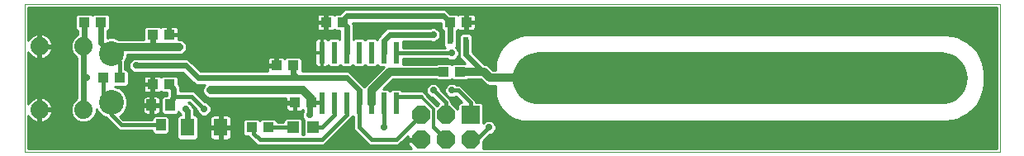
<source format=gtl>
G75*
G70*
%OFA0B0*%
%FSLAX24Y24*%
%IPPOS*%
%LPD*%
%AMOC8*
5,1,8,0,0,1.08239X$1,22.5*
%
%ADD10C,0.0000*%
%ADD11R,0.0240X0.0870*%
%ADD12R,0.0740X0.0740*%
%ADD13OC8,0.0740*%
%ADD14R,0.0400X0.0450*%
%ADD15R,0.0433X0.0394*%
%ADD16C,0.0740*%
%ADD17R,0.0236X0.0315*%
%ADD18R,0.0472X0.0472*%
%ADD19C,0.1000*%
%ADD20R,0.0551X0.0709*%
%ADD21C,0.0277*%
%ADD22C,0.0320*%
%ADD23C,0.0160*%
%ADD24C,0.0240*%
%ADD25C,0.0100*%
%ADD26C,0.0120*%
D10*
X000151Y001048D02*
X000151Y007044D01*
X039533Y007044D01*
X039533Y001048D01*
X000151Y001048D01*
D11*
X012151Y003023D03*
X012651Y003023D03*
X013151Y003023D03*
X013651Y003023D03*
X014151Y003023D03*
X014651Y003023D03*
X015151Y003023D03*
X015151Y005073D03*
X014651Y005073D03*
X014151Y005073D03*
X013651Y005073D03*
X013151Y005073D03*
X012651Y005073D03*
X012151Y005073D03*
D12*
X018151Y002548D03*
D13*
X017151Y002548D03*
X016151Y002548D03*
X016151Y001548D03*
X017151Y001548D03*
X018151Y001548D03*
D14*
X006025Y002948D03*
X005277Y002948D03*
X005651Y002148D03*
D15*
X009317Y002048D03*
X009986Y002048D03*
X011067Y003048D03*
X011736Y003048D03*
X005986Y003798D03*
X005317Y003798D03*
X003986Y004048D03*
X003317Y004048D03*
X010317Y004548D03*
X010986Y004548D03*
X005986Y005798D03*
X005317Y005798D03*
X003236Y006298D03*
X002567Y006298D03*
X012317Y006298D03*
X012986Y006298D03*
X017317Y006298D03*
X017986Y006298D03*
X017736Y004298D03*
X017067Y004298D03*
D16*
X002541Y005328D03*
X000761Y005328D03*
X000761Y002768D03*
X002541Y002768D03*
D17*
X017336Y005548D03*
X017966Y005548D03*
D18*
X011815Y002048D03*
X010988Y002048D03*
D19*
X003651Y003064D03*
X003651Y005032D03*
D20*
X006732Y002048D03*
X008070Y002048D03*
D21*
X007401Y002798D03*
X006651Y002798D03*
X007651Y003548D03*
X010401Y003048D03*
X011651Y002548D03*
X014651Y002048D03*
X018901Y002048D03*
X020651Y001548D03*
X018651Y003548D03*
X017401Y003548D03*
X016651Y003548D03*
X017401Y005048D03*
X018651Y005548D03*
X016651Y005798D03*
X014151Y006048D03*
X011651Y005548D03*
X010651Y005548D03*
X006401Y005298D03*
X004651Y004548D03*
X002651Y004048D03*
X020651Y006298D03*
X024651Y006298D03*
X029901Y006298D03*
X033651Y006298D03*
X038401Y006298D03*
X038401Y001798D03*
X030401Y001548D03*
D22*
X021143Y003307D02*
X020651Y004048D01*
X018948Y004048D01*
X018698Y004298D01*
X018651Y004298D01*
X017736Y004298D01*
X017067Y004298D02*
X014901Y004298D01*
X014151Y003548D01*
X014151Y003023D01*
X011746Y003204D02*
X011736Y003048D01*
X011746Y003204D02*
X011401Y003548D01*
X007651Y003548D01*
X003917Y005298D02*
X003651Y005032D01*
X003917Y005298D02*
X005151Y005298D01*
X006401Y005298D01*
D23*
X003986Y004698D02*
X003651Y005032D01*
X003986Y004698D02*
X003986Y004048D01*
X003317Y004048D02*
X003317Y003399D01*
X003651Y003064D01*
X003651Y002548D01*
X004051Y002148D01*
X005651Y002148D01*
X006901Y003298D02*
X007401Y002798D01*
X006901Y003298D02*
X006177Y003298D01*
X002557Y002753D02*
X002541Y002768D01*
X009317Y002048D02*
X009401Y001964D01*
X009401Y001798D01*
X009651Y001548D01*
X012151Y001548D01*
X013151Y002548D01*
X013151Y003023D01*
X013651Y003023D02*
X013651Y002048D01*
X014151Y001548D01*
X015151Y001548D01*
X016151Y002548D01*
X017151Y002548D02*
X017151Y003048D01*
X016651Y003548D01*
X017401Y003548D02*
X017651Y003548D01*
X018151Y003048D01*
X018151Y002548D01*
X018901Y002048D02*
X018401Y001548D01*
X018151Y001548D01*
X017151Y001548D02*
X016651Y002048D01*
X014651Y002048D02*
X014651Y003023D01*
X015151Y003023D02*
X015176Y003298D01*
X016151Y003298D01*
X012651Y003023D02*
X012651Y002548D01*
X012151Y002048D01*
X011815Y002048D01*
X010988Y002048D02*
X009986Y002048D01*
X011651Y002548D02*
X011676Y002548D01*
X011736Y003048D02*
X012126Y003048D01*
X015151Y005073D02*
X015176Y005048D01*
X017401Y005048D01*
X013151Y006133D02*
X012986Y006298D01*
X012986Y006383D01*
X002567Y005354D02*
X002541Y005328D01*
D24*
X002541Y002768D01*
X002541Y004188D01*
X002651Y004048D01*
X004651Y004548D02*
X006651Y004548D01*
X007151Y004048D01*
X011151Y004048D01*
X010996Y004204D01*
X010986Y004548D01*
X011151Y004048D02*
X013151Y004048D01*
X013651Y003548D01*
X013651Y003023D01*
X011736Y003048D02*
X011676Y002989D01*
X011676Y002548D01*
X006732Y002717D02*
X006732Y002048D01*
X006732Y002717D02*
X006651Y002798D01*
X006025Y002948D02*
X006177Y003298D01*
X006177Y003607D01*
X005986Y003798D01*
X003651Y005032D02*
X003236Y005448D01*
X003236Y006298D01*
X002567Y006298D02*
X002567Y005354D01*
X005151Y005298D02*
X005317Y005464D01*
X005317Y005798D01*
X012986Y006383D02*
X013151Y006548D01*
X017057Y006548D01*
X017317Y006298D01*
X017336Y006279D01*
X017336Y005548D01*
X017966Y005548D02*
X017966Y004983D01*
X018651Y004298D01*
X014651Y005073D02*
X014651Y005548D01*
X014901Y005798D01*
X016651Y005798D01*
X013151Y006133D02*
X013151Y005073D01*
D25*
X012161Y005063D02*
X012161Y004488D01*
X012291Y004488D01*
X012329Y004498D01*
X012363Y004518D01*
X012391Y004546D01*
X012398Y004559D01*
X012469Y004488D01*
X012833Y004488D01*
X012901Y004556D01*
X012969Y004488D01*
X013333Y004488D01*
X013401Y004556D01*
X013469Y004488D01*
X013833Y004488D01*
X013901Y004556D01*
X013969Y004488D01*
X014333Y004488D01*
X014401Y004556D01*
X014469Y004488D01*
X014653Y004488D01*
X014638Y004474D01*
X013888Y003724D01*
X013879Y003702D01*
X013804Y003777D01*
X013304Y004277D01*
X013205Y004318D01*
X013097Y004318D01*
X011352Y004318D01*
X011352Y004807D01*
X011264Y004895D01*
X010707Y004895D01*
X010651Y004839D01*
X010625Y004865D01*
X010591Y004885D01*
X010553Y004895D01*
X010365Y004895D01*
X010365Y004597D01*
X010268Y004597D01*
X010268Y004895D01*
X010080Y004895D01*
X010042Y004885D01*
X010008Y004865D01*
X009980Y004837D01*
X009960Y004803D01*
X009950Y004765D01*
X009950Y004597D01*
X010268Y004597D01*
X010268Y004500D01*
X009950Y004500D01*
X009950Y004332D01*
X009954Y004318D01*
X007263Y004318D01*
X006880Y004701D01*
X006880Y004701D01*
X006804Y004777D01*
X006705Y004818D01*
X004754Y004818D01*
X004709Y004837D01*
X004594Y004837D01*
X004488Y004793D01*
X004406Y004712D01*
X004362Y004606D01*
X004362Y004491D01*
X004406Y004385D01*
X004488Y004303D01*
X004594Y004259D01*
X004709Y004259D01*
X004754Y004278D01*
X006539Y004278D01*
X006998Y003819D01*
X007097Y003778D01*
X007205Y003778D01*
X007443Y003778D01*
X007388Y003724D01*
X007341Y003610D01*
X007341Y003486D01*
X007388Y003373D01*
X007476Y003285D01*
X007589Y003238D01*
X010700Y003238D01*
X010700Y003097D01*
X011018Y003097D01*
X011018Y003000D01*
X010700Y003000D01*
X010700Y002832D01*
X010710Y002793D01*
X010730Y002759D01*
X010758Y002731D01*
X010792Y002712D01*
X010830Y002701D01*
X011018Y002701D01*
X011018Y002999D01*
X011115Y002999D01*
X011115Y002701D01*
X011303Y002701D01*
X011341Y002712D01*
X011375Y002731D01*
X011401Y002757D01*
X011406Y002752D01*
X011406Y002711D01*
X011362Y002606D01*
X011362Y002491D01*
X011406Y002385D01*
X011436Y002355D01*
X011428Y002347D01*
X011428Y001778D01*
X011374Y001778D01*
X011374Y002347D01*
X011286Y002434D01*
X010689Y002434D01*
X010602Y002347D01*
X010602Y002278D01*
X010352Y002278D01*
X010352Y002307D01*
X010264Y002395D01*
X009707Y002395D01*
X009651Y002339D01*
X009595Y002395D01*
X009038Y002395D01*
X008950Y002307D01*
X008950Y001789D01*
X009038Y001701D01*
X009173Y001701D01*
X009306Y001568D01*
X009556Y001318D01*
X009746Y001318D01*
X012246Y001318D01*
X012381Y001453D01*
X013381Y002453D01*
X013381Y002486D01*
X013401Y002506D01*
X013421Y002486D01*
X013421Y001953D01*
X013556Y001818D01*
X014056Y001318D01*
X014246Y001318D01*
X015246Y001318D01*
X015381Y001453D01*
X015631Y001703D01*
X015631Y001598D01*
X016101Y001598D01*
X016101Y001498D01*
X015631Y001498D01*
X015631Y001333D01*
X015766Y001198D01*
X000301Y001198D01*
X000301Y002526D01*
X000316Y002496D01*
X000365Y002429D01*
X000422Y002372D01*
X000489Y002323D01*
X000562Y002286D01*
X000639Y002261D01*
X000711Y002250D01*
X000711Y002718D01*
X000811Y002718D01*
X000811Y002250D01*
X000883Y002261D01*
X000961Y002286D01*
X001034Y002323D01*
X001100Y002372D01*
X001158Y002429D01*
X001206Y002496D01*
X001243Y002569D01*
X001268Y002646D01*
X001280Y002718D01*
X000811Y002718D01*
X000811Y002818D01*
X000711Y002818D01*
X000711Y003287D01*
X000639Y003275D01*
X000562Y003250D01*
X000489Y003213D01*
X000422Y003165D01*
X000365Y003107D01*
X000316Y003041D01*
X000301Y003011D01*
X000301Y005086D01*
X000316Y005056D01*
X000365Y004989D01*
X000422Y004932D01*
X000489Y004883D01*
X000562Y004846D01*
X000639Y004821D01*
X000711Y004810D01*
X000711Y005278D01*
X000811Y005278D01*
X000811Y004810D01*
X000883Y004821D01*
X000961Y004846D01*
X001034Y004883D01*
X001100Y004932D01*
X001158Y004989D01*
X001206Y005056D01*
X001243Y005129D01*
X001268Y005206D01*
X001280Y005278D01*
X000811Y005278D01*
X000811Y005378D01*
X000711Y005378D01*
X000711Y005847D01*
X000639Y005835D01*
X000562Y005810D01*
X000489Y005773D01*
X000422Y005725D01*
X000365Y005667D01*
X000316Y005601D01*
X000301Y005571D01*
X000301Y006894D01*
X019151Y006894D01*
X039383Y006894D01*
X039383Y001198D01*
X018651Y001198D01*
X018651Y001313D01*
X018671Y001333D01*
X018671Y001493D01*
X018938Y001759D01*
X018959Y001759D01*
X019065Y001803D01*
X019146Y001885D01*
X019190Y001991D01*
X019190Y002106D01*
X019146Y002212D01*
X019065Y002293D01*
X018959Y002337D01*
X018844Y002337D01*
X018738Y002293D01*
X018671Y002226D01*
X018671Y002980D01*
X018651Y003000D01*
X018651Y003548D01*
X019151Y003548D01*
X019164Y003370D01*
X019202Y003196D01*
X019264Y003029D01*
X019350Y002872D01*
X019456Y002730D01*
X019583Y002604D01*
X019725Y002497D01*
X019882Y002411D01*
X020049Y002349D01*
X020223Y002311D01*
X020401Y002298D01*
X037151Y002298D01*
X037364Y002296D01*
X037576Y002321D01*
X037783Y002374D01*
X037980Y002453D01*
X038166Y002558D01*
X038337Y002686D01*
X038489Y002835D01*
X038621Y003002D01*
X038730Y003186D01*
X038813Y003382D01*
X038871Y003587D01*
X038901Y003798D01*
X038901Y004298D01*
X038871Y004509D01*
X038813Y004715D01*
X038730Y004911D01*
X038621Y005094D01*
X038489Y005262D01*
X038337Y005411D01*
X038166Y005539D01*
X037980Y005643D01*
X037783Y005722D01*
X037576Y005775D01*
X037364Y005801D01*
X037151Y005798D01*
X020651Y005798D01*
X020471Y005803D01*
X020291Y005784D01*
X020115Y005741D01*
X019947Y005676D01*
X019788Y005590D01*
X019642Y005484D01*
X019511Y005359D01*
X019398Y005219D01*
X019304Y005065D01*
X019230Y004900D01*
X019179Y004727D01*
X019151Y004548D01*
X019151Y006894D01*
X019151Y004358D01*
X019077Y004358D01*
X018874Y004561D01*
X018760Y004608D01*
X018723Y004608D01*
X018236Y005095D01*
X018236Y005602D01*
X018234Y005606D01*
X018234Y005768D01*
X018146Y005856D01*
X017786Y005856D01*
X017698Y005768D01*
X017698Y005606D01*
X017696Y005602D01*
X017696Y004929D01*
X017737Y004830D01*
X017813Y004754D01*
X017923Y004645D01*
X017457Y004645D01*
X017401Y004589D01*
X017345Y004645D01*
X016788Y004645D01*
X016751Y004608D01*
X015421Y004608D01*
X015421Y004818D01*
X017223Y004818D01*
X017238Y004803D01*
X017344Y004759D01*
X017459Y004759D01*
X017565Y004803D01*
X017646Y004885D01*
X017690Y004991D01*
X017690Y005106D01*
X017646Y005212D01*
X017567Y005291D01*
X017604Y005329D01*
X017604Y005490D01*
X017606Y005494D01*
X017606Y005962D01*
X017651Y006007D01*
X017677Y005981D01*
X017711Y005962D01*
X017750Y005951D01*
X017937Y005951D01*
X017937Y006249D01*
X018034Y006249D01*
X018034Y005951D01*
X018222Y005951D01*
X018260Y005962D01*
X018294Y005981D01*
X018322Y006009D01*
X018342Y006043D01*
X018352Y006082D01*
X018352Y006250D01*
X018034Y006250D01*
X018034Y006347D01*
X017937Y006347D01*
X017937Y006645D01*
X017750Y006645D01*
X017711Y006635D01*
X017677Y006615D01*
X017651Y006589D01*
X017595Y006645D01*
X017345Y006645D01*
X017246Y006741D01*
X017210Y006777D01*
X017207Y006778D01*
X017205Y006780D01*
X017158Y006799D01*
X017110Y006818D01*
X017108Y006818D01*
X017105Y006819D01*
X017055Y006818D01*
X013205Y006818D01*
X013097Y006818D01*
X012998Y006777D01*
X012866Y006645D01*
X012707Y006645D01*
X012651Y006589D01*
X012625Y006615D01*
X012591Y006635D01*
X012553Y006645D01*
X012365Y006645D01*
X012365Y006347D01*
X012268Y006347D01*
X012268Y006645D01*
X012080Y006645D01*
X012042Y006635D01*
X012008Y006615D01*
X011980Y006587D01*
X011960Y006553D01*
X011950Y006515D01*
X011950Y006347D01*
X012268Y006347D01*
X012268Y006250D01*
X011950Y006250D01*
X011950Y006082D01*
X011960Y006043D01*
X011980Y006009D01*
X012008Y005981D01*
X012042Y005962D01*
X012080Y005951D01*
X012268Y005951D01*
X012268Y006249D01*
X012365Y006249D01*
X012365Y005951D01*
X012553Y005951D01*
X012591Y005962D01*
X012625Y005981D01*
X012651Y006007D01*
X012707Y005951D01*
X012881Y005951D01*
X012881Y005610D01*
X012833Y005658D01*
X012469Y005658D01*
X012398Y005588D01*
X012391Y005600D01*
X012363Y005628D01*
X012329Y005648D01*
X012291Y005658D01*
X012161Y005658D01*
X012161Y005083D01*
X012141Y005083D01*
X012141Y005063D01*
X012161Y005063D01*
X012141Y005063D02*
X012141Y004488D01*
X012011Y004488D01*
X011973Y004498D01*
X011939Y004518D01*
X011911Y004546D01*
X011891Y004580D01*
X011881Y004618D01*
X011881Y005063D01*
X012141Y005063D01*
X012141Y005083D02*
X011881Y005083D01*
X011881Y005528D01*
X011891Y005566D01*
X011911Y005600D01*
X011939Y005628D01*
X011973Y005648D01*
X012011Y005658D01*
X012141Y005658D01*
X012141Y005083D01*
X012141Y005088D02*
X012161Y005088D01*
X012161Y004990D02*
X012141Y004990D01*
X012141Y004891D02*
X012161Y004891D01*
X011881Y004891D02*
X011268Y004891D01*
X010704Y004891D02*
X010566Y004891D01*
X010365Y004891D02*
X010268Y004891D01*
X010067Y004891D02*
X004296Y004891D01*
X004301Y004903D02*
X004301Y004988D01*
X005089Y004988D01*
X006463Y004988D01*
X006577Y005035D01*
X006664Y005123D01*
X006711Y005236D01*
X006711Y005360D01*
X006664Y005474D01*
X006577Y005561D01*
X006463Y005608D01*
X006352Y005608D01*
X006352Y005750D01*
X006034Y005750D01*
X006034Y005847D01*
X005937Y005847D01*
X005937Y006145D01*
X005750Y006145D01*
X005711Y006135D01*
X005677Y006115D01*
X005651Y006089D01*
X005595Y006145D01*
X005038Y006145D01*
X004950Y006057D01*
X004950Y005608D01*
X003979Y005608D01*
X003960Y005608D01*
X003780Y005682D01*
X003522Y005682D01*
X003506Y005676D01*
X003506Y005951D01*
X003514Y005951D01*
X003602Y006039D01*
X003602Y006557D01*
X003514Y006645D01*
X002957Y006645D01*
X002901Y006589D01*
X002845Y006645D01*
X002288Y006645D01*
X002200Y006557D01*
X002200Y006039D01*
X002288Y005951D01*
X002297Y005951D01*
X002297Y005790D01*
X002247Y005769D01*
X002100Y005623D01*
X002021Y005432D01*
X002021Y005225D01*
X002100Y005034D01*
X002247Y004887D01*
X002271Y004877D01*
X002271Y004242D01*
X002271Y004204D01*
X002267Y004167D01*
X002271Y004151D01*
X002271Y003219D01*
X002247Y003209D01*
X002100Y003063D01*
X002021Y002872D01*
X002021Y002665D01*
X002100Y002474D01*
X002247Y002327D01*
X002438Y002248D01*
X002645Y002248D01*
X002836Y002327D01*
X002982Y002474D01*
X003061Y002665D01*
X003061Y002790D01*
X003100Y002696D01*
X003283Y002513D01*
X003421Y002456D01*
X003421Y002453D01*
X003556Y002318D01*
X003956Y001918D01*
X004146Y001918D01*
X005301Y001918D01*
X005301Y001861D01*
X005389Y001773D01*
X005913Y001773D01*
X006001Y001861D01*
X006001Y002435D01*
X005913Y002523D01*
X005389Y002523D01*
X005301Y002435D01*
X005301Y002378D01*
X004146Y002378D01*
X004014Y002511D01*
X004019Y002513D01*
X004202Y002696D01*
X004301Y002935D01*
X004301Y003193D01*
X004202Y003432D01*
X004019Y003615D01*
X003811Y003701D01*
X004264Y003701D01*
X004352Y003789D01*
X004352Y004307D01*
X004264Y004395D01*
X004216Y004395D01*
X004216Y004603D01*
X004216Y004697D01*
X004301Y004903D01*
X004255Y004793D02*
X004487Y004793D01*
X004399Y004694D02*
X004216Y004694D01*
X004216Y004596D02*
X004362Y004596D01*
X004362Y004497D02*
X004216Y004497D01*
X004216Y004399D02*
X004401Y004399D01*
X004352Y004300D02*
X004495Y004300D01*
X004352Y004202D02*
X006616Y004202D01*
X006714Y004103D02*
X006306Y004103D01*
X006264Y004145D02*
X005707Y004145D01*
X005651Y004089D01*
X005625Y004115D01*
X005591Y004135D01*
X005553Y004145D01*
X005365Y004145D01*
X005365Y003847D01*
X005268Y003847D01*
X005268Y004145D01*
X005080Y004145D01*
X005042Y004135D01*
X005008Y004115D01*
X004980Y004087D01*
X004960Y004053D01*
X004950Y004015D01*
X004950Y003847D01*
X005268Y003847D01*
X005268Y003750D01*
X004950Y003750D01*
X004950Y003582D01*
X004960Y003543D01*
X004980Y003509D01*
X005008Y003481D01*
X005042Y003462D01*
X005080Y003451D01*
X005268Y003451D01*
X005268Y003749D01*
X005365Y003749D01*
X005365Y003451D01*
X005553Y003451D01*
X005591Y003462D01*
X005625Y003481D01*
X005651Y003507D01*
X005707Y003451D01*
X005907Y003451D01*
X005907Y003354D01*
X005894Y003323D01*
X005763Y003323D01*
X005675Y003235D01*
X005675Y002661D01*
X005763Y002573D01*
X006287Y002573D01*
X006375Y002661D01*
X006375Y002710D01*
X006406Y002635D01*
X006462Y002579D01*
X006462Y002552D01*
X006394Y002552D01*
X006306Y002465D01*
X006306Y001632D01*
X006394Y001544D01*
X007070Y001544D01*
X007157Y001632D01*
X007157Y002465D01*
X007070Y002552D01*
X007002Y002552D01*
X007002Y002664D01*
X007002Y002771D01*
X006961Y002870D01*
X006915Y002916D01*
X006896Y002962D01*
X006815Y003043D01*
X006754Y003068D01*
X006806Y003068D01*
X007112Y002762D01*
X007112Y002741D01*
X007156Y002635D01*
X007238Y002553D01*
X007344Y002509D01*
X007459Y002509D01*
X007565Y002553D01*
X007646Y002635D01*
X007690Y002741D01*
X007690Y002856D01*
X007646Y002962D01*
X007565Y003043D01*
X007459Y003087D01*
X007438Y003087D01*
X007131Y003393D01*
X006996Y003528D01*
X006447Y003528D01*
X006447Y003553D01*
X006447Y003661D01*
X006406Y003760D01*
X006352Y003813D01*
X006352Y004057D01*
X006264Y004145D01*
X005665Y004103D02*
X005637Y004103D01*
X005365Y004103D02*
X005268Y004103D01*
X005268Y004004D02*
X005365Y004004D01*
X005365Y003906D02*
X005268Y003906D01*
X004950Y003906D02*
X004352Y003906D01*
X004352Y004004D02*
X004950Y004004D01*
X004996Y004103D02*
X004352Y004103D01*
X004352Y003807D02*
X005268Y003807D01*
X005268Y003709D02*
X005365Y003709D01*
X005365Y003610D02*
X005268Y003610D01*
X005268Y003512D02*
X005365Y003512D01*
X004978Y003512D02*
X004123Y003512D01*
X004210Y003413D02*
X005907Y003413D01*
X005755Y003315D02*
X005528Y003315D01*
X005535Y003313D02*
X005497Y003323D01*
X005327Y003323D01*
X005327Y002998D01*
X005627Y002998D01*
X005627Y003193D01*
X005617Y003231D01*
X005597Y003265D01*
X005569Y003293D01*
X005535Y003313D01*
X005621Y003216D02*
X005675Y003216D01*
X005675Y003118D02*
X005627Y003118D01*
X005627Y003019D02*
X005675Y003019D01*
X005675Y002921D02*
X005327Y002921D01*
X005327Y002898D02*
X005327Y002998D01*
X005227Y002998D01*
X005227Y002898D01*
X005327Y002898D01*
X005327Y002573D01*
X005497Y002573D01*
X005535Y002583D01*
X005569Y002603D01*
X005597Y002631D01*
X005617Y002665D01*
X005627Y002703D01*
X005627Y002898D01*
X005327Y002898D01*
X005327Y002822D02*
X005227Y002822D01*
X005227Y002898D02*
X005227Y002573D01*
X005057Y002573D01*
X005019Y002583D01*
X004985Y002603D01*
X004957Y002631D01*
X004937Y002665D01*
X004927Y002703D01*
X004927Y002898D01*
X005227Y002898D01*
X005227Y002921D02*
X004295Y002921D01*
X004301Y003019D02*
X004927Y003019D01*
X004927Y002998D02*
X005227Y002998D01*
X005227Y003323D01*
X005057Y003323D01*
X005019Y003313D01*
X004985Y003293D01*
X004957Y003265D01*
X004937Y003231D01*
X004927Y003193D01*
X004927Y002998D01*
X004927Y003118D02*
X004301Y003118D01*
X004292Y003216D02*
X004933Y003216D01*
X005227Y003216D02*
X005327Y003216D01*
X005327Y003118D02*
X005227Y003118D01*
X005227Y003019D02*
X005327Y003019D01*
X005627Y002822D02*
X005675Y002822D01*
X005675Y002723D02*
X005627Y002723D01*
X005591Y002625D02*
X005711Y002625D01*
X005327Y002625D02*
X005227Y002625D01*
X005227Y002723D02*
X005327Y002723D01*
X004963Y002625D02*
X004131Y002625D01*
X004214Y002723D02*
X004927Y002723D01*
X004927Y002822D02*
X004254Y002822D01*
X003171Y002625D02*
X003045Y002625D01*
X003061Y002723D02*
X003089Y002723D01*
X003004Y002526D02*
X003269Y002526D01*
X003446Y002428D02*
X002936Y002428D01*
X002838Y002329D02*
X003545Y002329D01*
X003643Y002231D02*
X000301Y002231D01*
X000301Y002132D02*
X003742Y002132D01*
X003840Y002034D02*
X000301Y002034D01*
X000301Y001935D02*
X003939Y001935D01*
X005326Y001837D02*
X000301Y001837D01*
X000301Y001738D02*
X006306Y001738D01*
X006306Y001639D02*
X000301Y001639D01*
X000301Y001541D02*
X009333Y001541D01*
X009235Y001639D02*
X008487Y001639D01*
X008486Y001636D02*
X008496Y001674D01*
X008496Y001998D01*
X008121Y001998D01*
X008121Y002098D01*
X008496Y002098D01*
X008496Y002422D01*
X008486Y002460D01*
X008466Y002495D01*
X008438Y002523D01*
X008404Y002542D01*
X008366Y002552D01*
X008120Y002552D01*
X008120Y002098D01*
X008021Y002098D01*
X008021Y002552D01*
X007775Y002552D01*
X007737Y002542D01*
X007703Y002523D01*
X007675Y002495D01*
X007655Y002460D01*
X007645Y002422D01*
X007645Y002098D01*
X008020Y002098D01*
X008020Y001998D01*
X007645Y001998D01*
X007645Y001674D01*
X007655Y001636D01*
X007675Y001602D01*
X007703Y001574D01*
X007737Y001554D01*
X007775Y001544D01*
X008021Y001544D01*
X008021Y001998D01*
X008120Y001998D01*
X008120Y001544D01*
X008366Y001544D01*
X008404Y001554D01*
X008438Y001574D01*
X008466Y001602D01*
X008486Y001636D01*
X008496Y001738D02*
X009001Y001738D01*
X008950Y001837D02*
X008496Y001837D01*
X008496Y001935D02*
X008950Y001935D01*
X008950Y002034D02*
X008121Y002034D01*
X008120Y002132D02*
X008021Y002132D01*
X008020Y002034D02*
X007157Y002034D01*
X007157Y002132D02*
X007645Y002132D01*
X007645Y002231D02*
X007157Y002231D01*
X007157Y002329D02*
X007645Y002329D01*
X007646Y002428D02*
X007157Y002428D01*
X007096Y002526D02*
X007303Y002526D01*
X007166Y002625D02*
X007002Y002625D01*
X007002Y002723D02*
X007120Y002723D01*
X006416Y002625D02*
X006339Y002625D01*
X006368Y002526D02*
X004033Y002526D01*
X004097Y002428D02*
X005301Y002428D01*
X006001Y002428D02*
X006306Y002428D01*
X006306Y002329D02*
X006001Y002329D01*
X006001Y002231D02*
X006306Y002231D01*
X006306Y002132D02*
X006001Y002132D01*
X006001Y002034D02*
X006306Y002034D01*
X006306Y001935D02*
X006001Y001935D01*
X005977Y001837D02*
X006306Y001837D01*
X007157Y001837D02*
X007645Y001837D01*
X007645Y001935D02*
X007157Y001935D01*
X008021Y001935D02*
X008120Y001935D01*
X008120Y001837D02*
X008021Y001837D01*
X008021Y001738D02*
X008120Y001738D01*
X008120Y001639D02*
X008021Y001639D01*
X007654Y001639D02*
X007157Y001639D01*
X007157Y001738D02*
X007645Y001738D01*
X009432Y001442D02*
X000301Y001442D01*
X000301Y001344D02*
X009530Y001344D01*
X011374Y001837D02*
X011428Y001837D01*
X011428Y001935D02*
X011374Y001935D01*
X011374Y002034D02*
X011428Y002034D01*
X011428Y002132D02*
X011374Y002132D01*
X011374Y002231D02*
X011428Y002231D01*
X011428Y002329D02*
X011374Y002329D01*
X011388Y002428D02*
X011293Y002428D01*
X011362Y002526D02*
X008432Y002526D01*
X008495Y002428D02*
X010683Y002428D01*
X010602Y002329D02*
X010330Y002329D01*
X011370Y002625D02*
X007636Y002625D01*
X007683Y002723D02*
X010771Y002723D01*
X011018Y002723D02*
X011115Y002723D01*
X011361Y002723D02*
X011406Y002723D01*
X011115Y002822D02*
X011018Y002822D01*
X011018Y002921D02*
X011115Y002921D01*
X011018Y003019D02*
X007589Y003019D01*
X007663Y002921D02*
X010700Y002921D01*
X010703Y002822D02*
X007690Y002822D01*
X007052Y002822D02*
X006981Y002822D01*
X006954Y002921D02*
X006913Y002921D01*
X006855Y003019D02*
X006839Y003019D01*
X007407Y003118D02*
X010700Y003118D01*
X010700Y003216D02*
X007308Y003216D01*
X007210Y003315D02*
X007446Y003315D01*
X007372Y003413D02*
X007111Y003413D01*
X007013Y003512D02*
X007341Y003512D01*
X007341Y003610D02*
X006447Y003610D01*
X006427Y003709D02*
X007382Y003709D01*
X007027Y003807D02*
X006358Y003807D01*
X006352Y003906D02*
X006912Y003906D01*
X006813Y004004D02*
X006352Y004004D01*
X004950Y003709D02*
X004272Y003709D01*
X004024Y003610D02*
X004950Y003610D01*
X005026Y003315D02*
X004251Y003315D01*
X005227Y003315D02*
X005327Y003315D01*
X002271Y003315D02*
X000301Y003315D01*
X000301Y003413D02*
X002271Y003413D01*
X002271Y003512D02*
X000301Y003512D01*
X000301Y003610D02*
X002271Y003610D01*
X002271Y003709D02*
X000301Y003709D01*
X000301Y003807D02*
X002271Y003807D01*
X002271Y003906D02*
X000301Y003906D01*
X000301Y004004D02*
X002271Y004004D01*
X002271Y004103D02*
X000301Y004103D01*
X000301Y004202D02*
X002271Y004202D01*
X002271Y004300D02*
X000301Y004300D01*
X000301Y004399D02*
X002271Y004399D01*
X002271Y004497D02*
X000301Y004497D01*
X000301Y004596D02*
X002271Y004596D01*
X002271Y004694D02*
X000301Y004694D01*
X000301Y004793D02*
X002271Y004793D01*
X002243Y004891D02*
X001045Y004891D01*
X001158Y004990D02*
X002144Y004990D01*
X002078Y005088D02*
X001223Y005088D01*
X001262Y005187D02*
X002037Y005187D01*
X002021Y005286D02*
X000811Y005286D01*
X000811Y005378D02*
X001280Y005378D01*
X001268Y005450D01*
X001243Y005528D01*
X001206Y005601D01*
X001158Y005667D01*
X001100Y005725D01*
X001034Y005773D01*
X000961Y005810D01*
X000883Y005835D01*
X000811Y005847D01*
X000811Y005378D01*
X000811Y005384D02*
X000711Y005384D01*
X000711Y005483D02*
X000811Y005483D01*
X000811Y005581D02*
X000711Y005581D01*
X000711Y005680D02*
X000811Y005680D01*
X000811Y005778D02*
X000711Y005778D01*
X000499Y005778D02*
X000301Y005778D01*
X000301Y005680D02*
X000377Y005680D01*
X000307Y005581D02*
X000301Y005581D01*
X001023Y005778D02*
X002269Y005778D01*
X002297Y005877D02*
X000301Y005877D01*
X000301Y005975D02*
X002264Y005975D01*
X002200Y006074D02*
X000301Y006074D01*
X000301Y006172D02*
X002200Y006172D01*
X002200Y006271D02*
X000301Y006271D01*
X000301Y006370D02*
X002200Y006370D01*
X002200Y006468D02*
X000301Y006468D01*
X000301Y006567D02*
X002209Y006567D01*
X003593Y006567D02*
X011968Y006567D01*
X011950Y006468D02*
X003602Y006468D01*
X003602Y006370D02*
X011950Y006370D01*
X012268Y006370D02*
X012365Y006370D01*
X012268Y006271D02*
X003602Y006271D01*
X003602Y006172D02*
X011950Y006172D01*
X011952Y006074D02*
X006330Y006074D01*
X006322Y006087D02*
X006294Y006115D01*
X006260Y006135D01*
X006222Y006145D01*
X006034Y006145D01*
X006034Y005847D01*
X006352Y005847D01*
X006352Y006015D01*
X006342Y006053D01*
X006322Y006087D01*
X006352Y005975D02*
X012018Y005975D01*
X012268Y005975D02*
X012365Y005975D01*
X012365Y006074D02*
X012268Y006074D01*
X012268Y006172D02*
X012365Y006172D01*
X012615Y005975D02*
X012683Y005975D01*
X012881Y005877D02*
X006352Y005877D01*
X006034Y005877D02*
X005937Y005877D01*
X006034Y005778D02*
X012881Y005778D01*
X012881Y005680D02*
X006352Y005680D01*
X006528Y005581D02*
X011900Y005581D01*
X011881Y005483D02*
X006655Y005483D01*
X006701Y005384D02*
X011881Y005384D01*
X011881Y005286D02*
X006711Y005286D01*
X006691Y005187D02*
X011881Y005187D01*
X011881Y005088D02*
X006630Y005088D01*
X006467Y004990D02*
X011881Y004990D01*
X012141Y005187D02*
X012161Y005187D01*
X012161Y005286D02*
X012141Y005286D01*
X012141Y005384D02*
X012161Y005384D01*
X012161Y005483D02*
X012141Y005483D01*
X012141Y005581D02*
X012161Y005581D01*
X013421Y005610D02*
X013421Y006187D01*
X013383Y006278D01*
X016948Y006278D01*
X016950Y006276D01*
X016950Y006039D01*
X017038Y005951D01*
X017066Y005951D01*
X017066Y005494D01*
X017068Y005490D01*
X017068Y005329D01*
X017119Y005278D01*
X015421Y005278D01*
X015421Y005528D01*
X016548Y005528D01*
X016594Y005509D01*
X016709Y005509D01*
X016815Y005553D01*
X016896Y005635D01*
X016940Y005741D01*
X016940Y005856D01*
X016896Y005962D01*
X016815Y006043D01*
X016709Y006087D01*
X016594Y006087D01*
X016548Y006068D01*
X014955Y006068D01*
X014847Y006068D01*
X014748Y006027D01*
X014498Y005777D01*
X014422Y005701D01*
X014384Y005608D01*
X014333Y005658D01*
X013969Y005658D01*
X013901Y005590D01*
X013833Y005658D01*
X013469Y005658D01*
X013421Y005610D01*
X013421Y005680D02*
X014413Y005680D01*
X014499Y005778D02*
X013421Y005778D01*
X013421Y005877D02*
X014598Y005877D01*
X014697Y005975D02*
X013421Y005975D01*
X013421Y006074D02*
X016562Y006074D01*
X016740Y006074D02*
X016950Y006074D01*
X016950Y006172D02*
X013421Y006172D01*
X013386Y006271D02*
X016950Y006271D01*
X017014Y005975D02*
X016882Y005975D01*
X016931Y005877D02*
X017066Y005877D01*
X017066Y005778D02*
X016940Y005778D01*
X016915Y005680D02*
X017066Y005680D01*
X017066Y005581D02*
X016843Y005581D01*
X017068Y005483D02*
X015421Y005483D01*
X015421Y005384D02*
X017068Y005384D01*
X017111Y005286D02*
X015421Y005286D01*
X015421Y004793D02*
X017263Y004793D01*
X017539Y004793D02*
X017775Y004793D01*
X017873Y004694D02*
X015421Y004694D01*
X014460Y004497D02*
X014342Y004497D01*
X014563Y004399D02*
X011352Y004399D01*
X011352Y004497D02*
X011978Y004497D01*
X011887Y004596D02*
X011352Y004596D01*
X011352Y004694D02*
X011881Y004694D01*
X011881Y004793D02*
X011352Y004793D01*
X012141Y004793D02*
X012161Y004793D01*
X012161Y004694D02*
X012141Y004694D01*
X012141Y004596D02*
X012161Y004596D01*
X012161Y004497D02*
X012141Y004497D01*
X012324Y004497D02*
X012460Y004497D01*
X012842Y004497D02*
X012960Y004497D01*
X013342Y004497D02*
X013460Y004497D01*
X013842Y004497D02*
X013960Y004497D01*
X014465Y004300D02*
X013248Y004300D01*
X013380Y004202D02*
X014366Y004202D01*
X014268Y004103D02*
X013478Y004103D01*
X013577Y004004D02*
X014169Y004004D01*
X014071Y003906D02*
X013675Y003906D01*
X013774Y003807D02*
X013972Y003807D01*
X013882Y003709D02*
X013872Y003709D01*
X014649Y003608D02*
X015030Y003988D01*
X016751Y003988D01*
X016788Y003951D01*
X017345Y003951D01*
X017401Y004007D01*
X017457Y003951D01*
X018014Y003951D01*
X018051Y003988D01*
X018570Y003988D01*
X018773Y003785D01*
X018887Y003738D01*
X019010Y003738D01*
X019151Y003738D01*
X019151Y002199D01*
X019146Y002212D01*
X019065Y002293D01*
X018959Y002337D01*
X018844Y002337D01*
X018738Y002293D01*
X018671Y002226D01*
X018671Y002980D01*
X018583Y003068D01*
X018381Y003068D01*
X018381Y003143D01*
X017746Y003778D01*
X017580Y003778D01*
X017565Y003793D01*
X017459Y003837D01*
X017344Y003837D01*
X017238Y003793D01*
X017156Y003712D01*
X017112Y003606D01*
X017112Y003491D01*
X017156Y003385D01*
X017238Y003303D01*
X017344Y003259D01*
X017459Y003259D01*
X017565Y003303D01*
X017568Y003306D01*
X017806Y003068D01*
X017719Y003068D01*
X017631Y002980D01*
X017631Y002803D01*
X017381Y003054D01*
X017381Y003143D01*
X016940Y003585D01*
X016940Y003606D01*
X016896Y003712D01*
X016815Y003793D01*
X016709Y003837D01*
X016594Y003837D01*
X016488Y003793D01*
X016406Y003712D01*
X016362Y003606D01*
X016362Y003491D01*
X016406Y003385D01*
X016488Y003303D01*
X016594Y003259D01*
X016615Y003259D01*
X016871Y003003D01*
X016807Y002939D01*
X016381Y003365D01*
X016381Y003393D01*
X016246Y003528D01*
X015413Y003528D01*
X015333Y003608D01*
X014969Y003608D01*
X014901Y003540D01*
X014833Y003608D01*
X014649Y003608D01*
X014652Y003610D02*
X016364Y003610D01*
X016362Y003512D02*
X016263Y003512D01*
X016361Y003413D02*
X016394Y003413D01*
X016432Y003315D02*
X016476Y003315D01*
X016530Y003216D02*
X016658Y003216D01*
X016629Y003118D02*
X016756Y003118D01*
X016727Y003019D02*
X016855Y003019D01*
X017381Y003118D02*
X017757Y003118D01*
X017670Y003019D02*
X017416Y003019D01*
X017514Y002921D02*
X017631Y002921D01*
X017631Y002822D02*
X017613Y002822D01*
X018381Y003118D02*
X019151Y003118D01*
X019231Y003118D02*
X018651Y003118D01*
X018651Y003216D02*
X019197Y003216D01*
X019151Y003216D02*
X018308Y003216D01*
X018210Y003315D02*
X019151Y003315D01*
X019176Y003315D02*
X018651Y003315D01*
X018651Y003413D02*
X019161Y003413D01*
X019151Y003413D02*
X018111Y003413D01*
X018013Y003512D02*
X019151Y003512D01*
X019154Y003512D02*
X018651Y003512D01*
X019151Y003610D02*
X017914Y003610D01*
X017816Y003709D02*
X019151Y003709D01*
X018751Y003807D02*
X017530Y003807D01*
X017273Y003807D02*
X016780Y003807D01*
X016897Y003709D02*
X017155Y003709D01*
X017114Y003610D02*
X016938Y003610D01*
X017013Y003512D02*
X017112Y003512D01*
X017111Y003413D02*
X017144Y003413D01*
X017210Y003315D02*
X017226Y003315D01*
X017308Y003216D02*
X017658Y003216D01*
X018632Y003019D02*
X019151Y003019D01*
X019151Y002921D02*
X018671Y002921D01*
X019323Y002921D01*
X019270Y003019D02*
X018651Y003019D01*
X018671Y002822D02*
X019387Y002822D01*
X019151Y002822D02*
X018671Y002822D01*
X018671Y002723D02*
X019463Y002723D01*
X019561Y002625D02*
X018671Y002625D01*
X019151Y002625D01*
X019151Y002723D02*
X018671Y002723D01*
X018671Y002526D02*
X019686Y002526D01*
X019851Y002428D02*
X018671Y002428D01*
X019151Y002428D01*
X019151Y002526D02*
X018671Y002526D01*
X018671Y002329D02*
X018825Y002329D01*
X018671Y002329D01*
X018977Y002329D02*
X020139Y002329D01*
X019151Y002329D02*
X018977Y002329D01*
X019127Y002231D02*
X039383Y002231D01*
X039383Y002132D02*
X019179Y002132D01*
X019190Y002034D02*
X039383Y002034D01*
X039383Y001935D02*
X019167Y001935D01*
X019098Y001837D02*
X039383Y001837D01*
X039383Y001738D02*
X018916Y001738D01*
X018818Y001639D02*
X039383Y001639D01*
X039383Y001541D02*
X018719Y001541D01*
X018671Y001442D02*
X039383Y001442D01*
X039383Y001344D02*
X018671Y001344D01*
X018651Y001245D02*
X039383Y001245D01*
X039383Y002329D02*
X037607Y002329D01*
X037917Y002428D02*
X039383Y002428D01*
X039383Y002526D02*
X038110Y002526D01*
X038256Y002625D02*
X039383Y002625D01*
X039383Y002723D02*
X038375Y002723D01*
X038476Y002822D02*
X039383Y002822D01*
X039383Y002921D02*
X038557Y002921D01*
X038631Y003019D02*
X039383Y003019D01*
X039383Y003118D02*
X038689Y003118D01*
X038743Y003216D02*
X039383Y003216D01*
X039383Y003315D02*
X038785Y003315D01*
X038822Y003413D02*
X039383Y003413D01*
X039383Y003512D02*
X038850Y003512D01*
X038874Y003610D02*
X039383Y003610D01*
X039383Y003709D02*
X038888Y003709D01*
X038901Y003807D02*
X039383Y003807D01*
X039383Y003906D02*
X038901Y003906D01*
X038901Y004004D02*
X039383Y004004D01*
X039383Y004103D02*
X038901Y004103D01*
X038901Y004202D02*
X039383Y004202D01*
X039383Y004300D02*
X038901Y004300D01*
X038887Y004399D02*
X039383Y004399D01*
X039383Y004497D02*
X038873Y004497D01*
X038847Y004596D02*
X039383Y004596D01*
X039383Y004694D02*
X038819Y004694D01*
X038780Y004793D02*
X039383Y004793D01*
X039383Y004891D02*
X038738Y004891D01*
X038683Y004990D02*
X039383Y004990D01*
X039383Y005088D02*
X038624Y005088D01*
X038548Y005187D02*
X039383Y005187D01*
X039383Y005286D02*
X038465Y005286D01*
X038364Y005384D02*
X039383Y005384D01*
X039383Y005483D02*
X038241Y005483D01*
X038090Y005581D02*
X039383Y005581D01*
X039383Y005680D02*
X037889Y005680D01*
X037550Y005778D02*
X039383Y005778D01*
X039383Y005877D02*
X019151Y005877D01*
X017606Y005877D01*
X017606Y005778D02*
X017709Y005778D01*
X017698Y005680D02*
X017606Y005680D01*
X017606Y005581D02*
X017696Y005581D01*
X017696Y005483D02*
X017604Y005483D01*
X017604Y005384D02*
X017696Y005384D01*
X017696Y005286D02*
X017572Y005286D01*
X017656Y005187D02*
X017696Y005187D01*
X017690Y005088D02*
X017696Y005088D01*
X017690Y004990D02*
X017696Y004990D01*
X017712Y004891D02*
X017649Y004891D01*
X018243Y005088D02*
X019151Y005088D01*
X019318Y005088D01*
X019270Y004990D02*
X019151Y004990D01*
X018341Y004990D01*
X018440Y004891D02*
X019151Y004891D01*
X019228Y004891D01*
X019199Y004793D02*
X019151Y004793D01*
X018538Y004793D01*
X018637Y004694D02*
X019151Y004694D01*
X019174Y004694D01*
X019159Y004596D02*
X019151Y004596D01*
X018790Y004596D01*
X018938Y004497D02*
X019151Y004497D01*
X019151Y004399D02*
X019036Y004399D01*
X019911Y004191D02*
X019942Y004330D01*
X019992Y004464D01*
X020060Y004589D01*
X020145Y004703D01*
X020246Y004804D01*
X020361Y004889D01*
X020486Y004958D01*
X020619Y005008D01*
X020759Y005038D01*
X020901Y005048D01*
X037151Y005048D01*
X037294Y005038D01*
X037433Y005008D01*
X037567Y004958D01*
X037692Y004889D01*
X037806Y004804D01*
X037907Y004703D01*
X037992Y004589D01*
X038061Y004464D01*
X038111Y004330D01*
X038141Y004191D01*
X038151Y004048D01*
X038141Y003906D01*
X019911Y003906D01*
X019901Y004048D01*
X019911Y004191D01*
X019914Y004202D02*
X038139Y004202D01*
X038147Y004103D02*
X019905Y004103D01*
X019904Y004004D02*
X038148Y004004D01*
X038141Y003906D02*
X038111Y003766D01*
X038061Y003633D01*
X037992Y003508D01*
X037907Y003393D01*
X037806Y003292D01*
X037692Y003207D01*
X037567Y003139D01*
X037433Y003089D01*
X037294Y003058D01*
X037151Y003048D01*
X020901Y003048D01*
X020759Y003058D01*
X020619Y003089D01*
X020486Y003139D01*
X020361Y003207D01*
X020246Y003292D01*
X020145Y003393D01*
X020060Y003508D01*
X019992Y003633D01*
X019942Y003766D01*
X019911Y003906D01*
X019933Y003807D02*
X038120Y003807D01*
X038089Y003709D02*
X019963Y003709D01*
X020004Y003610D02*
X038049Y003610D01*
X037995Y003512D02*
X020058Y003512D01*
X020131Y003413D02*
X037922Y003413D01*
X037828Y003315D02*
X020224Y003315D01*
X020348Y003216D02*
X037704Y003216D01*
X037510Y003118D02*
X020542Y003118D01*
X018652Y003906D02*
X014947Y003906D01*
X014849Y003807D02*
X016523Y003807D01*
X016405Y003709D02*
X014750Y003709D01*
X017398Y004004D02*
X017404Y004004D01*
X017394Y004596D02*
X017408Y004596D01*
X018236Y005187D02*
X019151Y005187D01*
X019378Y005187D01*
X019452Y005286D02*
X019151Y005286D01*
X018236Y005286D01*
X018236Y005384D02*
X019151Y005384D01*
X019537Y005384D01*
X019641Y005483D02*
X019151Y005483D01*
X018236Y005483D01*
X018236Y005581D02*
X019151Y005581D01*
X019776Y005581D01*
X019955Y005680D02*
X019151Y005680D01*
X018234Y005680D01*
X018224Y005778D02*
X019151Y005778D01*
X020269Y005778D01*
X019151Y005975D02*
X039383Y005975D01*
X039383Y006074D02*
X019151Y006074D01*
X018350Y006074D01*
X018352Y006172D02*
X019151Y006172D01*
X039383Y006172D01*
X039383Y006271D02*
X019151Y006271D01*
X018034Y006271D01*
X018034Y006347D02*
X018352Y006347D01*
X018352Y006515D01*
X018342Y006553D01*
X018322Y006587D01*
X018294Y006615D01*
X018260Y006635D01*
X018222Y006645D01*
X018034Y006645D01*
X018034Y006347D01*
X018034Y006370D02*
X017937Y006370D01*
X018352Y006370D02*
X019151Y006370D01*
X039383Y006370D01*
X039383Y006468D02*
X019151Y006468D01*
X018352Y006468D01*
X018334Y006567D02*
X019151Y006567D01*
X039383Y006567D01*
X039383Y006665D02*
X019151Y006665D01*
X017324Y006665D01*
X017223Y006764D02*
X019151Y006764D01*
X039383Y006764D01*
X039383Y006862D02*
X019151Y006862D01*
X000301Y006862D01*
X000301Y006764D02*
X012985Y006764D01*
X012886Y006665D02*
X000301Y006665D01*
X003539Y005975D02*
X004950Y005975D01*
X004967Y006074D02*
X003602Y006074D01*
X003506Y005877D02*
X004950Y005877D01*
X004950Y005778D02*
X003506Y005778D01*
X003506Y005680D02*
X003515Y005680D01*
X003787Y005680D02*
X004950Y005680D01*
X005937Y005975D02*
X006034Y005975D01*
X006034Y006074D02*
X005937Y006074D01*
X002157Y005680D02*
X001145Y005680D01*
X001216Y005581D02*
X002083Y005581D01*
X002042Y005483D02*
X001258Y005483D01*
X001279Y005384D02*
X002021Y005384D01*
X000811Y005187D02*
X000711Y005187D01*
X000711Y005088D02*
X000811Y005088D01*
X000811Y004990D02*
X000711Y004990D01*
X000711Y004891D02*
X000811Y004891D01*
X000478Y004891D02*
X000301Y004891D01*
X000301Y004990D02*
X000364Y004990D01*
X006766Y004793D02*
X009958Y004793D01*
X009950Y004694D02*
X006887Y004694D01*
X006985Y004596D02*
X010268Y004596D01*
X010268Y004694D02*
X010365Y004694D01*
X010365Y004793D02*
X010268Y004793D01*
X009950Y004497D02*
X007084Y004497D01*
X007182Y004399D02*
X009950Y004399D01*
X017619Y005975D02*
X017687Y005975D01*
X017937Y005975D02*
X018034Y005975D01*
X018034Y006074D02*
X017937Y006074D01*
X017937Y006172D02*
X018034Y006172D01*
X018284Y005975D02*
X019151Y005975D01*
X018034Y006468D02*
X017937Y006468D01*
X017937Y006567D02*
X018034Y006567D01*
X012365Y006567D02*
X012268Y006567D01*
X012268Y006468D02*
X012365Y006468D01*
X020364Y004891D02*
X037688Y004891D01*
X037481Y004990D02*
X020572Y004990D01*
X020235Y004793D02*
X037817Y004793D01*
X037913Y004694D02*
X020139Y004694D01*
X020065Y004596D02*
X037987Y004596D01*
X038042Y004497D02*
X020010Y004497D01*
X019967Y004399D02*
X038085Y004399D01*
X038117Y004300D02*
X019935Y004300D01*
X013421Y002428D02*
X013356Y002428D01*
X013421Y002329D02*
X013257Y002329D01*
X013159Y002231D02*
X013421Y002231D01*
X013421Y002132D02*
X013060Y002132D01*
X012962Y002034D02*
X013421Y002034D01*
X013439Y001935D02*
X012863Y001935D01*
X012765Y001837D02*
X013538Y001837D01*
X013636Y001738D02*
X012666Y001738D01*
X012568Y001639D02*
X013735Y001639D01*
X013833Y001541D02*
X012469Y001541D01*
X012371Y001442D02*
X013932Y001442D01*
X014030Y001344D02*
X012272Y001344D01*
X015272Y001344D02*
X015631Y001344D01*
X015631Y001442D02*
X015371Y001442D01*
X015469Y001541D02*
X016101Y001541D01*
X015631Y001639D02*
X015568Y001639D01*
X015719Y001245D02*
X000301Y001245D01*
X000301Y002329D02*
X000481Y002329D01*
X000366Y002428D02*
X000301Y002428D01*
X000711Y002428D02*
X000811Y002428D01*
X000811Y002526D02*
X000711Y002526D01*
X000711Y002625D02*
X000811Y002625D01*
X000811Y002723D02*
X002021Y002723D01*
X002038Y002625D02*
X001261Y002625D01*
X001222Y002526D02*
X002079Y002526D01*
X002146Y002428D02*
X001156Y002428D01*
X001042Y002329D02*
X002245Y002329D01*
X000811Y002329D02*
X000711Y002329D01*
X000711Y002822D02*
X000811Y002822D01*
X000811Y002818D02*
X000811Y003287D01*
X000883Y003275D01*
X000961Y003250D01*
X001034Y003213D01*
X001100Y003165D01*
X001158Y003107D01*
X001206Y003041D01*
X001243Y002968D01*
X001268Y002890D01*
X001280Y002818D01*
X000811Y002818D01*
X000811Y002921D02*
X000711Y002921D01*
X000711Y003019D02*
X000811Y003019D01*
X000811Y003118D02*
X000711Y003118D01*
X000711Y003216D02*
X000811Y003216D01*
X001027Y003216D02*
X002264Y003216D01*
X002155Y003118D02*
X001147Y003118D01*
X001217Y003019D02*
X002082Y003019D01*
X002041Y002921D02*
X001258Y002921D01*
X001279Y002822D02*
X002021Y002822D01*
X000495Y003216D02*
X000301Y003216D01*
X000301Y003118D02*
X000375Y003118D01*
X000305Y003019D02*
X000301Y003019D01*
X007499Y002526D02*
X007709Y002526D01*
X008021Y002526D02*
X008120Y002526D01*
X008120Y002428D02*
X008021Y002428D01*
X008021Y002329D02*
X008120Y002329D01*
X008496Y002329D02*
X008972Y002329D01*
X008950Y002231D02*
X008496Y002231D01*
X008496Y002132D02*
X008950Y002132D01*
X008120Y002231D02*
X008021Y002231D01*
X018671Y002231D02*
X018675Y002231D01*
X018671Y002231D01*
X019127Y002231D02*
X019151Y002231D01*
D26*
X016651Y002048D02*
X016651Y002798D01*
X016151Y003298D01*
M02*

</source>
